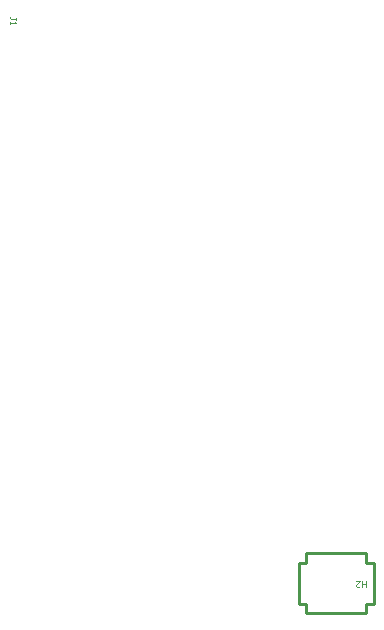
<source format=gm1>
G04*
G04 #@! TF.GenerationSoftware,Altium Limited,Altium Designer,25.8.1 (18)*
G04*
G04 Layer_Color=16711935*
%FSLAX44Y44*%
%MOMM*%
G71*
G04*
G04 #@! TF.SameCoordinates,16AD229D-0A12-456A-95A7-24712EE817D5*
G04*
G04*
G04 #@! TF.FilePolarity,Positive*
G04*
G01*
G75*
%ADD10C,0.1000*%
%ADD11C,0.2540*%
D10*
X308275Y98248D02*
Y103246D01*
Y100747D01*
X304942D01*
Y98248D01*
Y103246D01*
X299944D02*
X303276D01*
X299944Y99914D01*
Y99081D01*
X300777Y98248D01*
X302443D01*
X303276Y99081D01*
X11845Y578531D02*
Y580197D01*
Y579364D01*
X7680D01*
X6847Y580197D01*
Y581030D01*
X7680Y581863D01*
X6847Y576865D02*
Y575199D01*
Y576032D01*
X11845D01*
X11012Y576865D01*
D11*
X315214Y83947D02*
Y118237D01*
X308864D02*
X315214D01*
X308864D02*
Y126492D01*
X258064D02*
X308864D01*
X258064Y118237D02*
Y126492D01*
X251714Y118237D02*
X258064D01*
X251714Y83947D02*
Y118237D01*
Y83947D02*
X258064D01*
Y75692D02*
Y83947D01*
Y75692D02*
X308864D01*
Y83947D01*
X315214D01*
M02*

</source>
